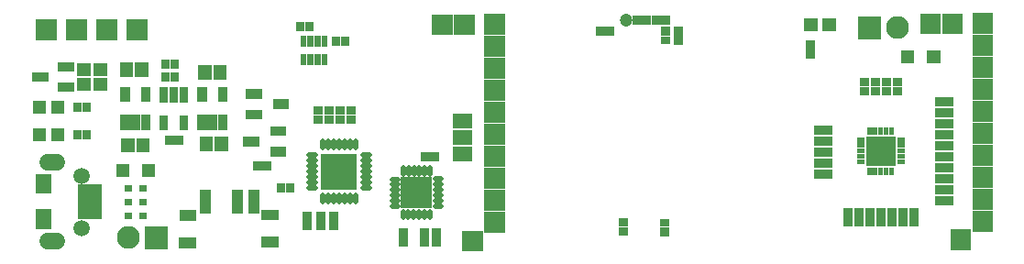
<source format=gts>
G04 Layer: TopSolderMaskLayer*
G04 EasyEDA v6.5.5, 2022-06-25 23:47:44*
G04 621e16e28f884fd4bf2062cce9099d3c,e579ade59e434e5c9d4a708449f7d829,10*
G04 Gerber Generator version 0.2*
G04 Scale: 100 percent, Rotated: No, Reflected: No *
G04 Dimensions in inches *
G04 leading zeros omitted , absolute positions ,3 integer and 6 decimal *
%FSLAX36Y36*%
%MOIN*%

%ADD55C,0.0592*%
%ADD56C,0.0190*%
%ADD57C,0.0474*%
%ADD60C,0.0828*%
%ADD62R,0.0336X0.0316*%
%ADD66R,0.0510X0.0470*%
%ADD69R,0.1064X0.1064*%

%LPD*%
D55*
X-1644593Y-394594D02*
G01*
X-1680025Y-394594D01*
X-1644593Y-109594D02*
G01*
X-1680025Y-109594D01*
D56*
X-679099Y-32454D02*
G01*
X-679099Y-54895D01*
X-659399Y-32454D02*
G01*
X-659399Y-54895D01*
X-639700Y-32454D02*
G01*
X-639700Y-54895D01*
X-620000Y-32454D02*
G01*
X-620000Y-54895D01*
X-600299Y-32454D02*
G01*
X-600299Y-54895D01*
X-580600Y-32454D02*
G01*
X-580600Y-54895D01*
X-560900Y-32454D02*
G01*
X-560900Y-54895D01*
X-532790Y-82995D02*
G01*
X-510348Y-82995D01*
X-532790Y-102694D02*
G01*
X-510348Y-102694D01*
X-532790Y-122395D02*
G01*
X-510348Y-122395D01*
X-532790Y-142094D02*
G01*
X-510348Y-142094D01*
X-532790Y-161794D02*
G01*
X-510348Y-161794D01*
X-532790Y-181494D02*
G01*
X-510348Y-181494D01*
X-532790Y-201194D02*
G01*
X-510348Y-201194D01*
X-560900Y-229304D02*
G01*
X-560900Y-251745D01*
X-580600Y-229304D02*
G01*
X-580600Y-251745D01*
X-600299Y-229304D02*
G01*
X-600299Y-251745D01*
X-620000Y-229304D02*
G01*
X-620000Y-251745D01*
X-639700Y-229304D02*
G01*
X-639700Y-251745D01*
X-659399Y-229304D02*
G01*
X-659399Y-251745D01*
X-679099Y-229304D02*
G01*
X-679099Y-251745D01*
X-729639Y-201194D02*
G01*
X-707199Y-201194D01*
X-729639Y-181494D02*
G01*
X-707199Y-181494D01*
X-729639Y-161794D02*
G01*
X-707199Y-161794D01*
X-729639Y-142094D02*
G01*
X-707199Y-142094D01*
X-729639Y-122395D02*
G01*
X-707199Y-122395D01*
X-729639Y-102694D02*
G01*
X-707199Y-102694D01*
X-729639Y-82995D02*
G01*
X-707199Y-82995D01*
X-427475Y-169784D02*
G01*
X-407003Y-169784D01*
X-427475Y-189484D02*
G01*
X-407003Y-189484D01*
X-427475Y-209184D02*
G01*
X-407003Y-209184D01*
X-427475Y-228784D02*
G01*
X-407003Y-228784D01*
X-427475Y-248485D02*
G01*
X-407003Y-248485D01*
X-427475Y-268184D02*
G01*
X-407003Y-268184D01*
X-387500Y-286788D02*
G01*
X-387500Y-307260D01*
X-367799Y-286788D02*
G01*
X-367799Y-307260D01*
X-348100Y-286788D02*
G01*
X-348100Y-307260D01*
X-328500Y-286788D02*
G01*
X-328500Y-307260D01*
X-308800Y-286788D02*
G01*
X-308800Y-307260D01*
X-289099Y-286788D02*
G01*
X-289099Y-307260D01*
X-269996Y-267784D02*
G01*
X-249524Y-267784D01*
X-269996Y-248085D02*
G01*
X-249524Y-248085D01*
X-269996Y-228384D02*
G01*
X-249524Y-228384D01*
X-269996Y-208784D02*
G01*
X-249524Y-208784D01*
X-269996Y-189085D02*
G01*
X-249524Y-189085D01*
X-269996Y-169384D02*
G01*
X-249524Y-169384D01*
X-288500Y-129308D02*
G01*
X-288500Y-149780D01*
X-308199Y-129308D02*
G01*
X-308199Y-149780D01*
X-327899Y-129308D02*
G01*
X-327899Y-149780D01*
X-347500Y-129308D02*
G01*
X-347500Y-149780D01*
X-367200Y-129308D02*
G01*
X-367200Y-149780D01*
X-386899Y-129308D02*
G01*
X-386899Y-149780D01*
D57*
G01*
X425000Y407905D03*
G36*
X480900Y391105D02*
G01*
X480900Y424704D01*
X512500Y424704D01*
X512500Y391105D01*
G37*
G36*
X447500Y391105D02*
G01*
X447500Y424704D01*
X479099Y424704D01*
X479099Y391105D01*
G37*
G36*
X517500Y391105D02*
G01*
X517500Y424704D01*
X549099Y424704D01*
X549099Y391105D01*
G37*
G36*
X550900Y391105D02*
G01*
X550900Y424704D01*
X582500Y424704D01*
X582500Y391105D01*
G37*
G36*
X1268599Y339504D02*
G01*
X1268599Y422305D01*
X1351400Y422305D01*
X1351400Y339504D01*
G37*
D60*
G01*
X1410000Y380905D03*
G36*
X1518599Y252204D02*
G01*
X1518599Y299605D01*
X1565900Y299605D01*
X1565900Y252204D01*
G37*
G36*
X1424099Y252204D02*
G01*
X1424099Y299605D01*
X1471400Y299605D01*
X1471400Y252204D01*
G37*
G36*
X-777500Y369405D02*
G01*
X-777500Y403005D01*
X-745900Y403005D01*
X-745900Y369405D01*
G37*
G36*
X-744099Y369405D02*
G01*
X-744099Y403005D01*
X-712500Y403005D01*
X-712500Y369405D01*
G37*
G36*
X-614099Y314405D02*
G01*
X-614099Y348005D01*
X-582500Y348005D01*
X-582500Y314405D01*
G37*
G36*
X-647500Y314405D02*
G01*
X-647500Y348005D01*
X-615900Y348005D01*
X-615900Y314405D01*
G37*
G36*
X549200Y352905D02*
G01*
X549200Y384504D01*
X582799Y384504D01*
X582799Y352905D01*
G37*
D62*
G01*
X566000Y335304D03*
G36*
X598400Y353005D02*
G01*
X598400Y384605D01*
X631999Y384605D01*
X631999Y353005D01*
G37*
G36*
X598400Y319605D02*
G01*
X598400Y351204D01*
X631999Y351204D01*
X631999Y319605D01*
G37*
G36*
X-1513299Y205605D02*
G01*
X-1513299Y252905D01*
X-1461899Y252905D01*
X-1461899Y205605D01*
G37*
G36*
X-1513299Y150505D02*
G01*
X-1513299Y197804D01*
X-1461899Y197804D01*
X-1461899Y150505D01*
G37*
G36*
X-1572600Y205605D02*
G01*
X-1572600Y252905D01*
X-1521199Y252905D01*
X-1521199Y205605D01*
G37*
G36*
X-1572600Y150505D02*
G01*
X-1572600Y197804D01*
X-1521199Y197804D01*
X-1521199Y150505D01*
G37*
G36*
X-1641599Y223505D02*
G01*
X-1641599Y255104D01*
X-1582500Y255104D01*
X-1582500Y223505D01*
G37*
G36*
X-1736099Y186105D02*
G01*
X-1736099Y217705D01*
X-1676999Y217705D01*
X-1676999Y186105D01*
G37*
G36*
X-1641599Y148704D02*
G01*
X-1641599Y180304D01*
X-1582500Y180304D01*
X-1582500Y148704D01*
G37*
G36*
X-206599Y-45695D02*
G01*
X-206599Y8305D01*
X-135600Y8305D01*
X-135600Y-45695D01*
G37*
G36*
X-206599Y-105695D02*
G01*
X-206599Y-51694D01*
X-135600Y-51694D01*
X-135600Y-105695D01*
G37*
G36*
X-206599Y14304D02*
G01*
X-206599Y68305D01*
X-135600Y68305D01*
X-135600Y14304D01*
G37*
G36*
X-1391499Y335705D02*
G01*
X-1391499Y410705D01*
X-1316499Y410705D01*
X-1316499Y335705D01*
G37*
G36*
X1682500Y-119895D02*
G01*
X1682500Y-44895D01*
X1757500Y-44895D01*
X1757500Y-119895D01*
G37*
G36*
X1682500Y40104D02*
G01*
X1682500Y115104D01*
X1757500Y115104D01*
X1757500Y40104D01*
G37*
G36*
X1682500Y-39895D02*
G01*
X1682500Y35104D01*
X1757500Y35104D01*
X1757500Y-39895D01*
G37*
G36*
X-1722500Y335405D02*
G01*
X-1722500Y410405D01*
X-1647500Y410405D01*
X-1647500Y335405D01*
G37*
G36*
X-1502500Y335405D02*
G01*
X-1502500Y410405D01*
X-1427500Y410405D01*
X-1427500Y335405D01*
G37*
G36*
X-1612500Y335405D02*
G01*
X-1612500Y410405D01*
X-1537500Y410405D01*
X-1537500Y335405D01*
G37*
G36*
X1140900Y-129194D02*
G01*
X1140900Y-95594D01*
X1172500Y-95594D01*
X1172500Y-129194D01*
G37*
G36*
X1107500Y-129194D02*
G01*
X1107500Y-95594D01*
X1139099Y-95594D01*
X1139099Y-129194D01*
G37*
G36*
X1580900Y-104194D02*
G01*
X1580900Y-70594D01*
X1612500Y-70594D01*
X1612500Y-104194D01*
G37*
G36*
X1547500Y-104194D02*
G01*
X1547500Y-70594D01*
X1579099Y-70594D01*
X1579099Y-104194D01*
G37*
G36*
X1140900Y-9194D02*
G01*
X1140900Y24405D01*
X1172500Y24405D01*
X1172500Y-9194D01*
G37*
G36*
X1107500Y-9194D02*
G01*
X1107500Y24405D01*
X1139099Y24405D01*
X1139099Y-9194D01*
G37*
G36*
X1273199Y135104D02*
G01*
X1273199Y166705D01*
X1306800Y166705D01*
X1306800Y135104D01*
G37*
G36*
X1273199Y168505D02*
G01*
X1273199Y200104D01*
X1306800Y200104D01*
X1306800Y168505D01*
G37*
G36*
X1580900Y95805D02*
G01*
X1580900Y129405D01*
X1612500Y129405D01*
X1612500Y95805D01*
G37*
G36*
X1547500Y95805D02*
G01*
X1547500Y129405D01*
X1579099Y129405D01*
X1579099Y95805D01*
G37*
G36*
X1547500Y-24194D02*
G01*
X1547500Y9405D01*
X1579099Y9405D01*
X1579099Y-24194D01*
G37*
G36*
X1580900Y-24194D02*
G01*
X1580900Y9405D01*
X1612500Y9405D01*
X1612500Y-24194D01*
G37*
G36*
X1413199Y-306494D02*
G01*
X1413199Y-274895D01*
X1446800Y-274895D01*
X1446800Y-306494D01*
G37*
G36*
X1413199Y-339895D02*
G01*
X1413199Y-308294D01*
X1446800Y-308294D01*
X1446800Y-339895D01*
G37*
G36*
X1213199Y-306494D02*
G01*
X1213199Y-274895D01*
X1246800Y-274895D01*
X1246800Y-306494D01*
G37*
G36*
X1213199Y-339895D02*
G01*
X1213199Y-308294D01*
X1246800Y-308294D01*
X1246800Y-339895D01*
G37*
G36*
X1547500Y-184194D02*
G01*
X1547500Y-150594D01*
X1579099Y-150594D01*
X1579099Y-184194D01*
G37*
G36*
X1580900Y-184194D02*
G01*
X1580900Y-150594D01*
X1612500Y-150594D01*
X1612500Y-184194D01*
G37*
G36*
X1253199Y-306494D02*
G01*
X1253199Y-274895D01*
X1286800Y-274895D01*
X1286800Y-306494D01*
G37*
G36*
X1253199Y-339895D02*
G01*
X1253199Y-308294D01*
X1286800Y-308294D01*
X1286800Y-339895D01*
G37*
G36*
X1293199Y-306494D02*
G01*
X1293199Y-274895D01*
X1326800Y-274895D01*
X1326800Y-306494D01*
G37*
G36*
X1293199Y-339895D02*
G01*
X1293199Y-308294D01*
X1326800Y-308294D01*
X1326800Y-339895D01*
G37*
G36*
X1333199Y-306494D02*
G01*
X1333199Y-274895D01*
X1366800Y-274895D01*
X1366800Y-306494D01*
G37*
G36*
X1333199Y-339895D02*
G01*
X1333199Y-308294D01*
X1366800Y-308294D01*
X1366800Y-339895D01*
G37*
G36*
X1373199Y-306494D02*
G01*
X1373199Y-274895D01*
X1406800Y-274895D01*
X1406800Y-306494D01*
G37*
G36*
X1373199Y-339895D02*
G01*
X1373199Y-308294D01*
X1406800Y-308294D01*
X1406800Y-339895D01*
G37*
G36*
X1453199Y-306494D02*
G01*
X1453199Y-274895D01*
X1486800Y-274895D01*
X1486800Y-306494D01*
G37*
G36*
X1453199Y-339895D02*
G01*
X1453199Y-308294D01*
X1486800Y-308294D01*
X1486800Y-339895D01*
G37*
G36*
X1547500Y-64194D02*
G01*
X1547500Y-30594D01*
X1579099Y-30594D01*
X1579099Y-64194D01*
G37*
G36*
X1580900Y-64194D02*
G01*
X1580900Y-30594D01*
X1612500Y-30594D01*
X1612500Y-64194D01*
G37*
G36*
X1547500Y-264194D02*
G01*
X1547500Y-230594D01*
X1579099Y-230594D01*
X1579099Y-264194D01*
G37*
G36*
X1580900Y-264194D02*
G01*
X1580900Y-230594D01*
X1612500Y-230594D01*
X1612500Y-264194D01*
G37*
G36*
X1580900Y15805D02*
G01*
X1580900Y49405D01*
X1612500Y49405D01*
X1612500Y15805D01*
G37*
G36*
X1547500Y15805D02*
G01*
X1547500Y49405D01*
X1579099Y49405D01*
X1579099Y15805D01*
G37*
G36*
X1547500Y55805D02*
G01*
X1547500Y89405D01*
X1579099Y89405D01*
X1579099Y55805D01*
G37*
G36*
X1580900Y55805D02*
G01*
X1580900Y89405D01*
X1612500Y89405D01*
X1612500Y55805D01*
G37*
G36*
X1580900Y-224194D02*
G01*
X1580900Y-190594D01*
X1612500Y-190594D01*
X1612500Y-224194D01*
G37*
G36*
X1547500Y-224194D02*
G01*
X1547500Y-190594D01*
X1579099Y-190594D01*
X1579099Y-224194D01*
G37*
G36*
X1140900Y-169194D02*
G01*
X1140900Y-135594D01*
X1172500Y-135594D01*
X1172500Y-169194D01*
G37*
G36*
X1107500Y-169194D02*
G01*
X1107500Y-135594D01*
X1139099Y-135594D01*
X1139099Y-169194D01*
G37*
G36*
X1547500Y-144194D02*
G01*
X1547500Y-110594D01*
X1579099Y-110594D01*
X1579099Y-144194D01*
G37*
G36*
X1580900Y-144194D02*
G01*
X1580900Y-110594D01*
X1612500Y-110594D01*
X1612500Y-144194D01*
G37*
G36*
X1140900Y-49194D02*
G01*
X1140900Y-15594D01*
X1172500Y-15594D01*
X1172500Y-49194D01*
G37*
G36*
X1107500Y-49194D02*
G01*
X1107500Y-15594D01*
X1139099Y-15594D01*
X1139099Y-49194D01*
G37*
G36*
X1140900Y-89194D02*
G01*
X1140900Y-55594D01*
X1172500Y-55594D01*
X1172500Y-89194D01*
G37*
G36*
X1107500Y-89194D02*
G01*
X1107500Y-55594D01*
X1139099Y-55594D01*
X1139099Y-89194D01*
G37*
G36*
X1313199Y168505D02*
G01*
X1313199Y200104D01*
X1346800Y200104D01*
X1346800Y168505D01*
G37*
G36*
X1313199Y135104D02*
G01*
X1313199Y166705D01*
X1346800Y166705D01*
X1346800Y135104D01*
G37*
G36*
X1393199Y135104D02*
G01*
X1393199Y166705D01*
X1426800Y166705D01*
X1426800Y135104D01*
G37*
G36*
X1393199Y168505D02*
G01*
X1393199Y200104D01*
X1426800Y200104D01*
X1426800Y168505D01*
G37*
G36*
X1353199Y168505D02*
G01*
X1353199Y200104D01*
X1386800Y200104D01*
X1386800Y168505D01*
G37*
G36*
X1353199Y135104D02*
G01*
X1353199Y166705D01*
X1386800Y166705D01*
X1386800Y135104D01*
G37*
G36*
X1078199Y303505D02*
G01*
X1078199Y335104D01*
X1111800Y335104D01*
X1111800Y303505D01*
G37*
G36*
X1078199Y270104D02*
G01*
X1078199Y301705D01*
X1111800Y301705D01*
X1111800Y270104D01*
G37*
G36*
X1071000Y369104D02*
G01*
X1071000Y416105D01*
X1121999Y416105D01*
X1121999Y369104D01*
G37*
G36*
X1138000Y369104D02*
G01*
X1138000Y416105D01*
X1188999Y416105D01*
X1188999Y369104D01*
G37*
D66*
G01*
X-1641499Y92905D03*
G01*
X-1708500Y92905D03*
G36*
X1301999Y-154194D02*
G01*
X1301999Y-126494D01*
X1320000Y-126494D01*
X1320000Y-154194D01*
G37*
G36*
X1321000Y-154194D02*
G01*
X1321000Y-126494D01*
X1338999Y-126494D01*
X1338999Y-154194D01*
G37*
G36*
X1341000Y-154194D02*
G01*
X1341000Y-126494D01*
X1358999Y-126494D01*
X1358999Y-154194D01*
G37*
G36*
X1361000Y-154194D02*
G01*
X1361000Y-126494D01*
X1378999Y-126494D01*
X1378999Y-154194D01*
G37*
G36*
X1380000Y-154194D02*
G01*
X1380000Y-126494D01*
X1398000Y-126494D01*
X1398000Y-154194D01*
G37*
G36*
X1409099Y-115394D02*
G01*
X1409099Y-97395D01*
X1436899Y-97395D01*
X1436899Y-115394D01*
G37*
G36*
X1409099Y-96394D02*
G01*
X1409099Y-78395D01*
X1436899Y-78395D01*
X1436899Y-96394D01*
G37*
G36*
X1409099Y-76394D02*
G01*
X1409099Y-58395D01*
X1436899Y-58395D01*
X1436899Y-76394D01*
G37*
G36*
X1409099Y-56394D02*
G01*
X1409099Y-38395D01*
X1436899Y-38395D01*
X1436899Y-56394D01*
G37*
G36*
X1409099Y-37395D02*
G01*
X1409099Y-19394D01*
X1436899Y-19394D01*
X1436899Y-37395D01*
G37*
G36*
X1380000Y-8195D02*
G01*
X1380000Y19504D01*
X1398000Y19504D01*
X1398000Y-8195D01*
G37*
G36*
X1361000Y-8195D02*
G01*
X1361000Y19504D01*
X1378999Y19504D01*
X1378999Y-8195D01*
G37*
G36*
X1341000Y-8195D02*
G01*
X1341000Y19504D01*
X1358999Y19504D01*
X1358999Y-8195D01*
G37*
G36*
X1321000Y-8195D02*
G01*
X1321000Y19504D01*
X1338999Y19504D01*
X1338999Y-8195D01*
G37*
G36*
X1301999Y-8195D02*
G01*
X1301999Y19504D01*
X1320000Y19504D01*
X1320000Y-8195D01*
G37*
G36*
X1263199Y-37395D02*
G01*
X1263199Y-19394D01*
X1290900Y-19394D01*
X1290900Y-37395D01*
G37*
G36*
X1263199Y-56394D02*
G01*
X1263199Y-38395D01*
X1290900Y-38395D01*
X1290900Y-56394D01*
G37*
G36*
X1263199Y-76394D02*
G01*
X1263199Y-58395D01*
X1290900Y-58395D01*
X1290900Y-76394D01*
G37*
G36*
X1263199Y-96394D02*
G01*
X1263199Y-78395D01*
X1290900Y-78395D01*
X1290900Y-96394D01*
G37*
G36*
X1263199Y-115394D02*
G01*
X1263199Y-97395D01*
X1290900Y-97395D01*
X1290900Y-115394D01*
G37*
D69*
G01*
X1350000Y-67395D03*
G36*
X398199Y-341494D02*
G01*
X398199Y-309895D01*
X431800Y-309895D01*
X431800Y-341494D01*
G37*
G36*
X398199Y-374895D02*
G01*
X398199Y-343294D01*
X431800Y-343294D01*
X431800Y-374895D01*
G37*
D62*
G01*
X565000Y-327395D03*
G36*
X548199Y-376594D02*
G01*
X548199Y-344994D01*
X581800Y-344994D01*
X581800Y-376594D01*
G37*
G36*
X-1587500Y76105D02*
G01*
X-1587500Y109704D01*
X-1555900Y109704D01*
X-1555900Y76105D01*
G37*
G36*
X-1554099Y76105D02*
G01*
X-1554099Y109704D01*
X-1522500Y109704D01*
X-1522500Y76105D01*
G37*
G36*
X-1252500Y-43894D02*
G01*
X-1252500Y-10295D01*
X-1220900Y-10295D01*
X-1220900Y-43894D01*
G37*
G36*
X-1219099Y-43894D02*
G01*
X-1219099Y-10295D01*
X-1187500Y-10295D01*
X-1187500Y-43894D01*
G37*
G36*
X-751800Y-321194D02*
G01*
X-751800Y-289594D01*
X-718199Y-289594D01*
X-718199Y-321194D01*
G37*
G36*
X-751800Y-354594D02*
G01*
X-751800Y-322995D01*
X-718199Y-322995D01*
X-718199Y-354594D01*
G37*
G36*
X-701800Y-321194D02*
G01*
X-701800Y-289594D01*
X-668199Y-289594D01*
X-668199Y-321194D01*
G37*
G36*
X-701800Y-354594D02*
G01*
X-701800Y-322995D01*
X-668199Y-322995D01*
X-668199Y-354594D01*
G37*
G36*
X-656800Y-321194D02*
G01*
X-656800Y-289594D01*
X-623199Y-289594D01*
X-623199Y-321194D01*
G37*
G36*
X-656800Y-354594D02*
G01*
X-656800Y-322995D01*
X-623199Y-322995D01*
X-623199Y-354594D01*
G37*
G36*
X-671800Y63805D02*
G01*
X-671800Y95405D01*
X-638199Y95405D01*
X-638199Y63805D01*
G37*
G36*
X-671800Y30405D02*
G01*
X-671800Y62004D01*
X-638199Y62004D01*
X-638199Y30405D01*
G37*
G36*
X-631800Y63805D02*
G01*
X-631800Y95405D01*
X-598199Y95405D01*
X-598199Y63805D01*
G37*
G36*
X-631800Y30405D02*
G01*
X-631800Y62004D01*
X-598199Y62004D01*
X-598199Y30405D01*
G37*
G36*
X-591800Y63805D02*
G01*
X-591800Y95405D01*
X-558199Y95405D01*
X-558199Y63805D01*
G37*
G36*
X-591800Y30405D02*
G01*
X-591800Y62004D01*
X-558199Y62004D01*
X-558199Y30405D01*
G37*
G36*
X-711800Y63805D02*
G01*
X-711800Y95405D01*
X-678199Y95405D01*
X-678199Y63805D01*
G37*
G36*
X-711800Y30405D02*
G01*
X-711800Y62004D01*
X-678199Y62004D01*
X-678199Y30405D01*
G37*
G36*
X-932500Y-138894D02*
G01*
X-932500Y-105295D01*
X-900900Y-105295D01*
X-900900Y-138894D01*
G37*
G36*
X-899099Y-138894D02*
G01*
X-899099Y-105295D01*
X-867500Y-105295D01*
X-867500Y-138894D01*
G37*
G36*
X-1587500Y-23894D02*
G01*
X-1587500Y9704D01*
X-1555900Y9704D01*
X-1555900Y-23894D01*
G37*
G36*
X-1554099Y-23894D02*
G01*
X-1554099Y9704D01*
X-1522500Y9704D01*
X-1522500Y-23894D01*
G37*
G36*
X-1267500Y231105D02*
G01*
X-1267500Y264704D01*
X-1235900Y264704D01*
X-1235900Y231105D01*
G37*
G36*
X-1234099Y231105D02*
G01*
X-1234099Y264704D01*
X-1202500Y264704D01*
X-1202500Y231105D01*
G37*
G36*
X-282799Y-380394D02*
G01*
X-282799Y-348795D01*
X-249200Y-348795D01*
X-249200Y-380394D01*
G37*
G36*
X-282799Y-413795D02*
G01*
X-282799Y-382195D01*
X-249200Y-382195D01*
X-249200Y-413795D01*
G37*
G36*
X-1326400Y-423494D02*
G01*
X-1326400Y-340695D01*
X-1243599Y-340695D01*
X-1243599Y-423494D01*
G37*
D60*
G01*
X-1385000Y-382094D03*
G36*
X-1197799Y109605D02*
G01*
X-1197799Y164805D01*
X-1168100Y164805D01*
X-1168100Y109605D01*
G37*
G36*
X-1234799Y109605D02*
G01*
X-1234799Y164805D01*
X-1205100Y164805D01*
X-1205100Y109605D01*
G37*
G36*
X-1271800Y109605D02*
G01*
X-1271800Y164805D01*
X-1242100Y164805D01*
X-1242100Y109605D01*
G37*
G36*
X-1271800Y7604D02*
G01*
X-1271800Y62804D01*
X-1242100Y62804D01*
X-1242100Y7604D01*
G37*
G36*
X-1197799Y7604D02*
G01*
X-1197799Y62804D01*
X-1168100Y62804D01*
X-1168100Y7604D01*
G37*
G36*
X-1568500Y-315695D02*
G01*
X-1568500Y-289994D01*
X-1481700Y-289994D01*
X-1481700Y-315695D01*
G37*
G36*
X-1568500Y-290095D02*
G01*
X-1568500Y-264394D01*
X-1481700Y-264394D01*
X-1481700Y-290095D01*
G37*
G36*
X-1568500Y-264594D02*
G01*
X-1568500Y-238795D01*
X-1481700Y-238795D01*
X-1481700Y-264594D01*
G37*
G36*
X-1568500Y-238994D02*
G01*
X-1568500Y-213195D01*
X-1481700Y-213195D01*
X-1481700Y-238994D01*
G37*
G36*
X-1568500Y-213395D02*
G01*
X-1568500Y-187694D01*
X-1481700Y-187694D01*
X-1481700Y-213395D01*
G37*
G36*
X-1722500Y-350394D02*
G01*
X-1722500Y-279394D01*
X-1667299Y-279394D01*
X-1667299Y-350394D01*
G37*
G36*
X-1721899Y-221295D02*
G01*
X-1721899Y-150295D01*
X-1666599Y-150295D01*
X-1666599Y-221295D01*
G37*
D55*
G01*
X-1556009Y-157195D03*
G01*
X-1556009Y-347795D03*
G36*
X-847500Y-218894D02*
G01*
X-847500Y-185295D01*
X-815900Y-185295D01*
X-815900Y-218894D01*
G37*
G36*
X-814099Y-218894D02*
G01*
X-814099Y-185295D01*
X-782500Y-185295D01*
X-782500Y-218894D01*
G37*
G36*
X-1234099Y186105D02*
G01*
X-1234099Y219704D01*
X-1202500Y219704D01*
X-1202500Y186105D01*
G37*
G36*
X-1267500Y186105D02*
G01*
X-1267500Y219704D01*
X-1235900Y219704D01*
X-1235900Y186105D01*
G37*
G36*
X348999Y350805D02*
G01*
X348999Y384405D01*
X380600Y384405D01*
X380600Y350805D01*
G37*
G36*
X315600Y350805D02*
G01*
X315600Y384405D01*
X347200Y384405D01*
X347200Y350805D01*
G37*
G36*
X-287600Y-105095D02*
G01*
X-287600Y-71494D01*
X-256000Y-71494D01*
X-256000Y-105095D01*
G37*
G36*
X-321000Y-105095D02*
G01*
X-321000Y-71494D01*
X-289399Y-71494D01*
X-289399Y-105095D01*
G37*
G36*
X-402299Y-413795D02*
G01*
X-402299Y-382195D01*
X-368699Y-382195D01*
X-368699Y-413795D01*
G37*
G36*
X-402299Y-380394D02*
G01*
X-402299Y-348795D01*
X-368699Y-348795D01*
X-368699Y-380394D01*
G37*
G36*
X-325799Y-414294D02*
G01*
X-325799Y-382694D01*
X-292200Y-382694D01*
X-292200Y-414294D01*
G37*
G36*
X-325799Y-380895D02*
G01*
X-325799Y-349294D01*
X-292200Y-349294D01*
X-292200Y-380895D01*
G37*
G36*
X-1076099Y192204D02*
G01*
X-1076099Y243605D01*
X-1028800Y243605D01*
X-1028800Y192204D01*
G37*
G36*
X-1131199Y192204D02*
G01*
X-1131199Y243605D01*
X-1083900Y243605D01*
X-1083900Y192204D01*
G37*
G36*
X-1071099Y-67795D02*
G01*
X-1071099Y-16394D01*
X-1023800Y-16394D01*
X-1023800Y-67795D01*
G37*
G36*
X-1126199Y-67795D02*
G01*
X-1126199Y-16394D01*
X-1078900Y-16394D01*
X-1078900Y-67795D01*
G37*
G36*
X-1356099Y-72795D02*
G01*
X-1356099Y-21394D01*
X-1308800Y-21394D01*
X-1308800Y-72795D01*
G37*
G36*
X-1411199Y-72795D02*
G01*
X-1411199Y-21394D01*
X-1363900Y-21394D01*
X-1363900Y-72795D01*
G37*
G36*
X-1361099Y202204D02*
G01*
X-1361099Y253605D01*
X-1313800Y253605D01*
X-1313800Y202204D01*
G37*
G36*
X-1416199Y202204D02*
G01*
X-1416199Y253605D01*
X-1368900Y253605D01*
X-1368900Y202204D01*
G37*
G36*
X-685600Y-207694D02*
G01*
X-685600Y-76494D01*
X-554399Y-76494D01*
X-554399Y-207694D01*
G37*
G36*
X-1134600Y9304D02*
G01*
X-1134600Y64504D01*
X-1099399Y64504D01*
X-1099399Y9304D01*
G37*
G36*
X-1097600Y9304D02*
G01*
X-1097600Y64504D01*
X-1062399Y64504D01*
X-1062399Y9304D01*
G37*
G36*
X-1060600Y9304D02*
G01*
X-1060600Y64504D01*
X-1025399Y64504D01*
X-1025399Y9304D01*
G37*
G36*
X-1060600Y111305D02*
G01*
X-1060600Y166505D01*
X-1025399Y166505D01*
X-1025399Y111305D01*
G37*
G36*
X-1134600Y111305D02*
G01*
X-1134600Y166505D01*
X-1099399Y166505D01*
X-1099399Y111305D01*
G37*
G36*
X-1414600Y9304D02*
G01*
X-1414600Y64504D01*
X-1379399Y64504D01*
X-1379399Y9304D01*
G37*
G36*
X-1377600Y9304D02*
G01*
X-1377600Y64504D01*
X-1342399Y64504D01*
X-1342399Y9304D01*
G37*
G36*
X-1340600Y9304D02*
G01*
X-1340600Y64504D01*
X-1305399Y64504D01*
X-1305399Y9304D01*
G37*
G36*
X-1340600Y111305D02*
G01*
X-1340600Y166505D01*
X-1305399Y166505D01*
X-1305399Y111305D01*
G37*
G36*
X-1414600Y111305D02*
G01*
X-1414600Y166505D01*
X-1379399Y166505D01*
X-1379399Y111305D01*
G37*
G36*
X-395299Y-275495D02*
G01*
X-395299Y-161994D01*
X-281700Y-161994D01*
X-281700Y-275495D01*
G37*
G36*
X-1430900Y-160794D02*
G01*
X-1430900Y-113395D01*
X-1383599Y-113395D01*
X-1383599Y-160794D01*
G37*
G36*
X-1336400Y-160794D02*
G01*
X-1336400Y-113395D01*
X-1289099Y-113395D01*
X-1289099Y-160794D01*
G37*
G36*
X-967799Y-49895D02*
G01*
X-967799Y-14294D01*
X-910600Y-14294D01*
X-910600Y-49895D01*
G37*
G36*
X-869399Y-12494D02*
G01*
X-869399Y23105D01*
X-812200Y23105D01*
X-812200Y-12494D01*
G37*
G36*
X-869399Y-87294D02*
G01*
X-869399Y-51694D01*
X-812200Y-51694D01*
X-812200Y-87294D01*
G37*
G36*
X-859399Y85104D02*
G01*
X-859399Y120705D01*
X-802200Y120705D01*
X-802200Y85104D01*
G37*
G36*
X-957799Y47705D02*
G01*
X-957799Y83305D01*
X-900600Y83305D01*
X-900600Y47705D01*
G37*
G36*
X-957799Y122505D02*
G01*
X-957799Y158105D01*
X-900600Y158105D01*
X-900600Y122505D01*
G37*
D66*
G01*
X-1641499Y-7094D03*
G01*
X-1708500Y-7094D03*
G36*
X-1347500Y-313994D02*
G01*
X-1347500Y-290194D01*
X-1320600Y-290194D01*
X-1320600Y-313994D01*
G37*
G36*
X-1399399Y-313994D02*
G01*
X-1399399Y-290194D01*
X-1372500Y-290194D01*
X-1372500Y-313994D01*
G37*
G36*
X-1347500Y-263994D02*
G01*
X-1347500Y-240194D01*
X-1320600Y-240194D01*
X-1320600Y-263994D01*
G37*
G36*
X-1399399Y-263994D02*
G01*
X-1399399Y-240194D01*
X-1372500Y-240194D01*
X-1372500Y-263994D01*
G37*
G36*
X-1399399Y-213994D02*
G01*
X-1399399Y-190194D01*
X-1372500Y-190194D01*
X-1372500Y-213994D01*
G37*
G36*
X-1347500Y-213994D02*
G01*
X-1347500Y-190194D01*
X-1320600Y-190194D01*
X-1320600Y-213994D01*
G37*
G36*
X-1126700Y-295695D02*
G01*
X-1126700Y-208994D01*
X-1087200Y-208994D01*
X-1087200Y-295695D01*
G37*
G36*
X-1008599Y-295695D02*
G01*
X-1008599Y-208994D01*
X-969099Y-208994D01*
X-969099Y-295695D01*
G37*
G36*
X-949600Y-295695D02*
G01*
X-949600Y-208994D01*
X-910100Y-208994D01*
X-910100Y-295695D01*
G37*
G36*
X-1200900Y-319794D02*
G01*
X-1200900Y-280295D01*
X-1137799Y-280295D01*
X-1137799Y-319794D01*
G37*
G36*
X-902299Y-319394D02*
G01*
X-902299Y-279895D01*
X-839200Y-279895D01*
X-839200Y-319394D01*
G37*
G36*
X-901899Y-418195D02*
G01*
X-901899Y-378694D01*
X-838699Y-378694D01*
X-838699Y-418195D01*
G37*
G36*
X-1201300Y-421594D02*
G01*
X-1201300Y-382094D01*
X-1138100Y-382094D01*
X-1138100Y-421594D01*
G37*
G36*
X-760900Y312204D02*
G01*
X-760900Y352204D01*
X-739099Y352204D01*
X-739099Y312204D01*
G37*
G36*
X-735299Y312204D02*
G01*
X-735299Y352204D01*
X-713500Y352204D01*
X-713500Y312204D01*
G37*
G36*
X-709300Y312204D02*
G01*
X-709300Y352204D01*
X-687500Y352204D01*
X-687500Y312204D01*
G37*
G36*
X-683699Y312204D02*
G01*
X-683699Y352204D01*
X-661899Y352204D01*
X-661899Y312204D01*
G37*
G36*
X-760900Y244205D02*
G01*
X-760900Y284205D01*
X-739099Y284205D01*
X-739099Y244205D01*
G37*
G36*
X-735299Y244205D02*
G01*
X-735299Y284205D01*
X-713500Y284205D01*
X-713500Y244205D01*
G37*
G36*
X-709300Y244205D02*
G01*
X-709300Y284205D01*
X-687500Y284205D01*
X-687500Y244205D01*
G37*
G36*
X-683699Y244205D02*
G01*
X-683699Y284205D01*
X-661899Y284205D01*
X-661899Y244205D01*
G37*
G36*
X1682500Y-199895D02*
G01*
X1682500Y-124895D01*
X1757500Y-124895D01*
X1757500Y-199895D01*
G37*
G36*
X1682500Y-359895D02*
G01*
X1682500Y-284895D01*
X1757500Y-284895D01*
X1757500Y-359895D01*
G37*
G36*
X1682500Y-279895D02*
G01*
X1682500Y-204895D01*
X1757500Y-204895D01*
X1757500Y-279895D01*
G37*
G36*
X1682500Y-119895D02*
G01*
X1682500Y-44895D01*
X1757500Y-44895D01*
X1757500Y-119895D01*
G37*
G36*
X1682500Y-39895D02*
G01*
X1682500Y35104D01*
X1757500Y35104D01*
X1757500Y-39895D01*
G37*
G36*
X1682500Y40104D02*
G01*
X1682500Y115104D01*
X1757500Y115104D01*
X1757500Y40104D01*
G37*
G36*
X1682500Y120104D02*
G01*
X1682500Y195104D01*
X1757500Y195104D01*
X1757500Y120104D01*
G37*
G36*
X1682500Y200104D02*
G01*
X1682500Y275104D01*
X1757500Y275104D01*
X1757500Y200104D01*
G37*
G36*
X1682500Y280104D02*
G01*
X1682500Y355104D01*
X1757500Y355104D01*
X1757500Y280104D01*
G37*
G36*
X1682500Y360104D02*
G01*
X1682500Y435104D01*
X1757500Y435104D01*
X1757500Y360104D01*
G37*
G36*
X1572500Y358405D02*
G01*
X1572500Y433405D01*
X1647500Y433405D01*
X1647500Y358405D01*
G37*
G36*
X1492500Y358405D02*
G01*
X1492500Y433405D01*
X1567500Y433405D01*
X1567500Y358405D01*
G37*
G36*
X-92500Y-364594D02*
G01*
X-92500Y-289594D01*
X-17500Y-289594D01*
X-17500Y-364594D01*
G37*
G36*
X-92500Y-284594D02*
G01*
X-92500Y-209594D01*
X-17500Y-209594D01*
X-17500Y-284594D01*
G37*
G36*
X-92500Y-204594D02*
G01*
X-92500Y-129594D01*
X-17500Y-129594D01*
X-17500Y-204594D01*
G37*
G36*
X-92500Y-124594D02*
G01*
X-92500Y-49594D01*
X-17500Y-49594D01*
X-17500Y-124594D01*
G37*
G36*
X-92500Y-44594D02*
G01*
X-92500Y30405D01*
X-17500Y30405D01*
X-17500Y-44594D01*
G37*
G36*
X-92500Y35405D02*
G01*
X-92500Y110405D01*
X-17500Y110405D01*
X-17500Y35405D01*
G37*
G36*
X-92500Y195405D02*
G01*
X-92500Y270405D01*
X-17500Y270405D01*
X-17500Y195405D01*
G37*
G36*
X-92500Y275405D02*
G01*
X-92500Y350405D01*
X-17500Y350405D01*
X-17500Y275405D01*
G37*
G36*
X-92500Y355405D02*
G01*
X-92500Y430405D01*
X-17500Y430405D01*
X-17500Y355405D01*
G37*
G36*
X-202500Y353704D02*
G01*
X-202500Y428704D01*
X-127500Y428704D01*
X-127500Y353704D01*
G37*
G36*
X-282500Y353704D02*
G01*
X-282500Y428704D01*
X-207500Y428704D01*
X-207500Y353704D01*
G37*
G36*
X-92500Y115405D02*
G01*
X-92500Y190405D01*
X-17500Y190405D01*
X-17500Y115405D01*
G37*
G36*
X-171199Y-431694D02*
G01*
X-171199Y-356694D01*
X-96199Y-356694D01*
X-96199Y-431694D01*
G37*
G36*
X1603800Y-426994D02*
G01*
X1603800Y-351994D01*
X1678800Y-351994D01*
X1678800Y-426994D01*
G37*
M02*

</source>
